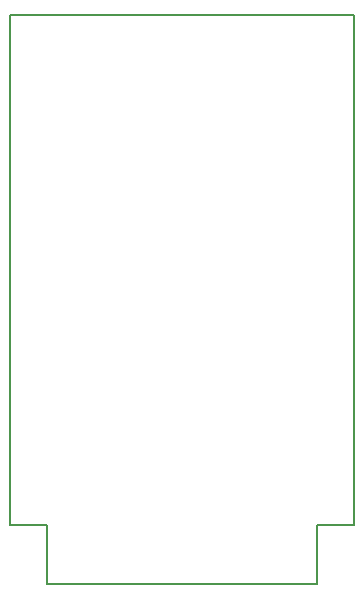
<source format=gko>
G04 #@! TF.FileFunction,Profile,NP*
%FSLAX46Y46*%
G04 Gerber Fmt 4.6, Leading zero omitted, Abs format (unit mm)*
G04 Created by KiCad (PCBNEW (2015-03-06 BZR 5484)-product) date 10/25/2015 10:03:52 PM*
%MOMM*%
G01*
G04 APERTURE LIST*
%ADD10C,0.100000*%
%ADD11C,0.150000*%
G04 APERTURE END LIST*
D10*
D11*
X169540000Y-130200000D02*
X169540000Y-87000000D01*
X166370000Y-130200000D02*
X169540000Y-130200000D01*
X166370000Y-135200000D02*
X166370000Y-130200000D01*
X143510000Y-130200000D02*
X140340000Y-130200000D01*
X143510000Y-135200000D02*
X143510000Y-130200000D01*
X143510000Y-135200000D02*
X166370000Y-135200000D01*
X140340000Y-87000000D02*
X169540000Y-87000000D01*
X140340000Y-130200000D02*
X140340000Y-87000000D01*
M02*

</source>
